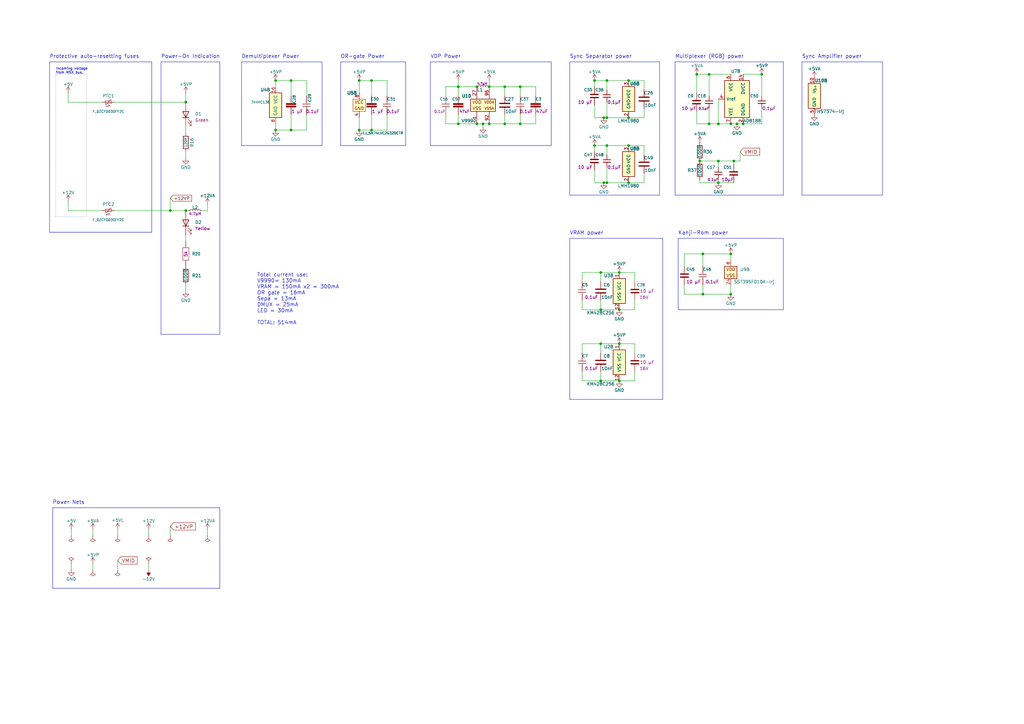
<source format=kicad_sch>
(kicad_sch (version 20230121) (generator eeschema)
  (paper "A3")
  (title_block (title "TRH9000D") (date "2023-01-13") (rev "AC") (comment 2 "Shared under CERN-OHL-S license") (comment 3 "TRH9000 - Open Source MSX Graphics Card based on the Yamaha V9990") (comment 4 "Designed  by: Cristiano Goncalves, Doomn00b, SD_Snatcher & Sunrise"))
  (junction (at 285.75 30.48))
  (junction (at 152.4 53.34))
  (junction (at 113.03 53.34))
  (junction (at 147.32 53.34))
  (junction (at 195.58 35.56))
  (junction (at 200.66 50.8))
  (junction (at 113.03 33.02))
  (junction (at 198.12 50.8))
  (junction (at 213.36 50.8))
  (junction (at 287.02 66.04))
  (junction (at 207.01 35.56))
  (junction (at 119.38 53.34))
  (junction (at 76.2 41.91))
  (junction (at 254 111.76))
  (junction (at 195.58 50.8))
  (junction (at 254 140.97))
  (junction (at 257.81 48.26))
  (junction (at 247.65 74.93))
  (junction (at 246.38 127))
  (junction (at 304.8 50.8))
  (junction (at 294.64 74.93))
  (junction (at 290.83 50.8))
  (junction (at 299.72 104.14))
  (junction (at 200.66 35.56))
  (junction (at 207.01 50.8))
  (junction (at 69.85 86.36))
  (junction (at 187.96 50.8))
  (junction (at 254 156.21))
  (junction (at 248.92 74.93))
  (junction (at 76.2 86.36))
  (junction (at 288.29 104.14))
  (junction (at 257.81 74.93))
  (junction (at 302.26 50.8))
  (junction (at 248.92 33.02))
  (junction (at 312.42 30.48))
  (junction (at 246.38 156.21))
  (junction (at 248.92 59.69))
  (junction (at 299.72 120.65))
  (junction (at 300.99 66.04))
  (junction (at 299.72 50.8))
  (junction (at 187.96 35.56))
  (junction (at 257.81 59.69))
  (junction (at 243.84 59.69))
  (junction (at 290.83 30.48))
  (junction (at 213.36 35.56))
  (junction (at 152.4 33.02))
  (junction (at 243.84 33.02))
  (junction (at 254 127))
  (junction (at 119.38 33.02))
  (junction (at 246.38 111.76))
  (junction (at 288.29 120.65))
  (junction (at 246.38 140.97))
  (junction (at 294.64 50.8))
  (junction (at 294.64 66.04))
  (junction (at 247.65 48.26))
  (junction (at 257.81 33.02))
  (junction (at 248.92 48.26))
  (junction (at 147.32 33.02))
  (polyline (pts (xy 20.32 95.25) (xy 62.23 95.25)))
  (wire (pts (xy 198.12 52.07) (xy 198.12 50.8)))
  (wire (pts (xy 119.38 33.02) (xy 113.03 33.02)))
  (wire (pts (xy 288.29 104.14) (xy 288.29 109.22)))
  (wire (pts (xy 85.09 83.82) (xy 85.09 86.36)))
  (wire (pts (xy 198.12 50.8) (xy 195.58 50.8)))
  (wire (pts (xy 238.76 127) (xy 246.38 127)))
  (wire (pts (xy 246.38 111.76) (xy 254 111.76)))
  (wire (pts (xy 27.94 38.1) (xy 27.94 41.91)))
  (wire (pts (xy 304.8 50.8) (xy 312.42 50.8)))
  (polyline (pts (xy 99.06 59.69) (xy 132.08 59.69)))
  (wire (pts (xy 76.2 54.61) (xy 76.2 52.07)))
  (polyline (pts (xy 278.13 97.79) (xy 321.31 97.79)))
  (wire (pts (xy 48.26 229.87) (xy 48.26 233.68)))
  (polyline (pts (xy 321.31 25.4) (xy 321.31 80.01)))
  (wire (pts (xy 248.92 74.93) (xy 247.65 74.93)))
  (polyline (pts (xy 233.68 25.4) (xy 270.51 25.4)))
  (wire (pts (xy 264.16 74.93) (xy 264.16 71.12)))
  (wire (pts (xy 264.16 33.02) (xy 264.16 36.83)))
  (wire (pts (xy 257.81 33.02) (xy 264.16 33.02)))
  (wire (pts (xy 248.92 74.93) (xy 257.81 74.93)))
  (wire (pts (xy 290.83 30.48) (xy 299.72 30.48)))
  (wire (pts (xy 48.26 217.17) (xy 48.26 219.71)))
  (wire (pts (xy 294.64 50.8) (xy 299.72 50.8)))
  (wire (pts (xy 238.76 140.97) (xy 238.76 144.78)))
  (wire (pts (xy 246.38 144.78) (xy 246.38 140.97)))
  (polyline (pts (xy 22.86 88.9) (xy 35.56 88.9)) (stroke (width 0) (type dot)))
  (wire (pts (xy 69.85 81.28) (xy 69.85 86.36)))
  (wire (pts (xy 76.2 116.84) (xy 76.2 119.38)))
  (wire (pts (xy 290.83 50.8) (xy 294.64 50.8)))
  (polyline (pts (xy 139.7 59.69) (xy 166.37 59.69)))
  (wire (pts (xy 294.64 73.66) (xy 294.64 74.93)))
  (wire (pts (xy 76.2 86.36) (xy 77.47 86.36)))
  (wire (pts (xy 213.36 50.8) (xy 219.71 50.8)))
  (wire (pts (xy 257.81 74.93) (xy 264.16 74.93)))
  (wire (pts (xy 299.72 116.84) (xy 299.72 120.65)))
  (wire (pts (xy 158.75 53.34) (xy 152.4 53.34)))
  (polyline (pts (xy 22.86 30.48) (xy 35.56 30.48)) (stroke (width 0) (type dot)))
  (wire (pts (xy 285.75 50.8) (xy 290.83 50.8)))
  (wire (pts (xy 243.84 33.02) (xy 248.92 33.02)))
  (polyline (pts (xy 90.17 208.28) (xy 90.17 241.3)))
  (polyline (pts (xy 90.17 137.16) (xy 66.04 137.16)))
  (wire (pts (xy 119.38 39.37) (xy 119.38 33.02)))
  (wire (pts (xy 29.21 217.17) (xy 29.21 219.71)))
  (wire (pts (xy 147.32 33.02) (xy 147.32 38.1)))
  (wire (pts (xy 238.76 127) (xy 238.76 123.19)))
  (wire (pts (xy 246.38 156.21) (xy 254 156.21)))
  (polyline (pts (xy 226.06 25.4) (xy 226.06 59.69)))
  (wire (pts (xy 243.84 48.26) (xy 247.65 48.26)))
  (wire (pts (xy 246.38 115.57) (xy 246.38 111.76)))
  (wire (pts (xy 248.92 48.26) (xy 257.81 48.26)))
  (wire (pts (xy 280.67 120.65) (xy 288.29 120.65)))
  (polyline (pts (xy 233.68 163.83) (xy 271.78 163.83)))
  (wire (pts (xy 254 127) (xy 260.35 127)))
  (wire (pts (xy 219.71 46.99) (xy 219.71 50.8)))
  (wire (pts (xy 285.75 30.48) (xy 285.75 38.1)))
  (wire (pts (xy 213.36 39.37) (xy 213.36 35.56)))
  (wire (pts (xy 243.84 59.69) (xy 248.92 59.69)))
  (polyline (pts (xy 328.93 25.4) (xy 328.93 80.01)))
  (wire (pts (xy 213.36 46.99) (xy 213.36 50.8)))
  (polyline (pts (xy 20.32 25.4) (xy 20.32 95.25)))
  (wire (pts (xy 294.64 66.04) (xy 294.64 68.58)))
  (wire (pts (xy 299.72 104.14) (xy 299.72 106.68)))
  (wire (pts (xy 246.38 152.4) (xy 246.38 156.21)))
  (wire (pts (xy 27.94 86.36) (xy 41.91 86.36)))
  (wire (pts (xy 152.4 33.02) (xy 152.4 39.37)))
  (wire (pts (xy 254 156.21) (xy 260.35 156.21)))
  (wire (pts (xy 312.42 30.48) (xy 312.42 39.37)))
  (wire (pts (xy 41.91 41.91) (xy 27.94 41.91)))
  (wire (pts (xy 238.76 111.76) (xy 246.38 111.76)))
  (wire (pts (xy 294.64 66.04) (xy 300.99 66.04)))
  (wire (pts (xy 125.73 39.37) (xy 125.73 33.02)))
  (polyline (pts (xy 132.08 59.69) (xy 132.08 25.4)))
  (wire (pts (xy 257.81 48.26) (xy 264.16 48.26)))
  (wire (pts (xy 299.72 50.8) (xy 302.26 50.8)))
  (wire (pts (xy 76.2 38.1) (xy 76.2 41.91)))
  (wire (pts (xy 182.88 35.56) (xy 187.96 35.56)))
  (wire (pts (xy 290.83 44.45) (xy 290.83 50.8)))
  (wire (pts (xy 213.36 35.56) (xy 219.71 35.56)))
  (wire (pts (xy 288.29 116.84) (xy 288.29 120.65)))
  (wire (pts (xy 125.73 46.99) (xy 125.73 53.34)))
  (polyline (pts (xy 321.31 80.01) (xy 276.86 80.01)))
  (polyline (pts (xy 321.31 97.79) (xy 321.31 127)))
  (wire (pts (xy 302.26 50.8) (xy 304.8 50.8)))
  (polyline (pts (xy 62.23 95.25) (xy 62.23 25.4)))
  (polyline (pts (xy 139.7 25.4) (xy 166.37 25.4)))
  (wire (pts (xy 29.21 231.14) (xy 29.21 233.68)))
  (wire (pts (xy 246.38 123.19) (xy 246.38 127)))
  (wire (pts (xy 248.92 59.69) (xy 248.92 63.5)))
  (wire (pts (xy 207.01 46.99) (xy 207.01 50.8)))
  (wire (pts (xy 187.96 46.99) (xy 187.96 50.8)))
  (wire (pts (xy 187.96 33.02) (xy 187.96 35.56)))
  (wire (pts (xy 260.35 144.78) (xy 260.35 140.97)))
  (polyline (pts (xy 226.06 59.69) (xy 176.53 59.69)))
  (polyline (pts (xy 233.68 80.01) (xy 233.68 25.4)))
  (wire (pts (xy 158.75 39.37) (xy 158.75 33.02)))
  (wire (pts (xy 238.76 156.21) (xy 238.76 152.4)))
  (wire (pts (xy 238.76 156.21) (xy 246.38 156.21)))
  (wire (pts (xy 76.2 99.06) (xy 76.2 96.52)))
  (wire (pts (xy 260.35 115.57) (xy 260.35 111.76)))
  (wire (pts (xy 312.42 44.45) (xy 312.42 50.8)))
  (wire (pts (xy 46.99 86.36) (xy 69.85 86.36)))
  (wire (pts (xy 243.84 33.02) (xy 243.84 35.56)))
  (polyline (pts (xy 66.04 25.4) (xy 66.04 137.16)))
  (wire (pts (xy 294.64 40.64) (xy 294.64 50.8)))
  (wire (pts (xy 304.8 30.48) (xy 312.42 30.48)))
  (wire (pts (xy 260.35 111.76) (xy 254 111.76)))
  (wire (pts (xy 280.67 116.84) (xy 280.67 120.65)))
  (polyline (pts (xy 176.53 25.4) (xy 226.06 25.4)))
  (polyline (pts (xy 271.78 163.83) (xy 271.78 97.79)))
  (wire (pts (xy 303.53 62.23) (xy 303.53 66.04)))
  (wire (pts (xy 219.71 35.56) (xy 219.71 39.37)))
  (polyline (pts (xy 21.59 208.28) (xy 90.17 208.28)))
  (wire (pts (xy 182.88 39.37) (xy 182.88 35.56)))
  (wire (pts (xy 76.2 62.23) (xy 76.2 64.77)))
  (wire (pts (xy 238.76 111.76) (xy 238.76 115.57)))
  (wire (pts (xy 243.84 69.85) (xy 243.84 74.93)))
  (wire (pts (xy 248.92 33.02) (xy 248.92 36.83)))
  (wire (pts (xy 257.81 59.69) (xy 264.16 59.69)))
  (wire (pts (xy 119.38 53.34) (xy 113.03 53.34)))
  (wire (pts (xy 60.96 217.17) (xy 60.96 219.71)))
  (wire (pts (xy 119.38 46.99) (xy 119.38 53.34)))
  (wire (pts (xy 248.92 48.26) (xy 247.65 48.26)))
  (polyline (pts (xy 270.51 80.01) (xy 233.68 80.01)))
  (wire (pts (xy 248.92 59.69) (xy 257.81 59.69)))
  (wire (pts (xy 287.02 66.04) (xy 294.64 66.04)))
  (polyline (pts (xy 20.32 25.4) (xy 62.23 25.4)))
  (wire (pts (xy 46.99 41.91) (xy 76.2 41.91)))
  (wire (pts (xy 182.88 50.8) (xy 182.88 46.99)))
  (polyline (pts (xy 321.31 127) (xy 278.13 127)))
  (wire (pts (xy 200.66 50.8) (xy 207.01 50.8)))
  (polyline (pts (xy 276.86 25.4) (xy 276.86 80.01)))
  (polyline (pts (xy 361.95 80.01) (xy 328.93 80.01)))
  (wire (pts (xy 285.75 30.48) (xy 290.83 30.48)))
  (wire (pts (xy 147.32 53.34) (xy 152.4 53.34)))
  (wire (pts (xy 243.84 74.93) (xy 247.65 74.93)))
  (wire (pts (xy 195.58 50.8) (xy 187.96 50.8)))
  (wire (pts (xy 200.66 50.8) (xy 198.12 50.8)))
  (wire (pts (xy 38.1 217.17) (xy 38.1 219.71)))
  (polyline (pts (xy 90.17 25.4) (xy 90.17 137.16)))
  (wire (pts (xy 27.94 86.36) (xy 27.94 82.55)))
  (wire (pts (xy 113.03 33.02) (xy 113.03 35.56)))
  (wire (pts (xy 264.16 59.69) (xy 264.16 63.5)))
  (polyline (pts (xy 233.68 97.79) (xy 271.78 97.79)))
  (wire (pts (xy 260.35 140.97) (xy 254 140.97)))
  (wire (pts (xy 147.32 48.26) (xy 147.32 53.34)))
  (polyline (pts (xy 276.86 25.4) (xy 321.31 25.4)))
  (wire (pts (xy 300.99 66.04) (xy 303.53 66.04)))
  (polyline (pts (xy 270.51 25.4) (xy 270.51 80.01)))
  (polyline (pts (xy 66.04 25.4) (xy 90.17 25.4)))
  (polyline (pts (xy 166.37 59.69) (xy 166.37 25.4)))
  (wire (pts (xy 207.01 39.37) (xy 207.01 35.56)))
  (wire (pts (xy 69.85 86.36) (xy 76.2 86.36)))
  (wire (pts (xy 280.67 109.22) (xy 280.67 104.14)))
  (polyline (pts (xy 22.86 30.48) (xy 22.86 88.9)) (stroke (width 0) (type dot)))
  (wire (pts (xy 243.84 59.69) (xy 243.84 62.23)))
  (polyline (pts (xy 99.06 25.4) (xy 99.06 59.69)))
  (wire (pts (xy 290.83 30.48) (xy 290.83 39.37)))
  (polyline (pts (xy 176.53 25.4) (xy 176.53 59.69)))
  (wire (pts (xy 207.01 50.8) (xy 213.36 50.8)))
  (wire (pts (xy 280.67 104.14) (xy 288.29 104.14)))
  (wire (pts (xy 158.75 33.02) (xy 152.4 33.02)))
  (wire (pts (xy 113.03 50.8) (xy 113.03 53.34)))
  (wire (pts (xy 248.92 68.58) (xy 248.92 74.93)))
  (polyline (pts (xy 328.93 25.4) (xy 361.95 25.4)))
  (wire (pts (xy 187.96 35.56) (xy 195.58 35.56)))
  (wire (pts (xy 85.09 217.17) (xy 85.09 219.71)))
  (wire (pts (xy 285.75 45.72) (xy 285.75 50.8)))
  (wire (pts (xy 288.29 120.65) (xy 299.72 120.65)))
  (wire (pts (xy 207.01 35.56) (xy 213.36 35.56)))
  (wire (pts (xy 60.96 231.14) (xy 60.96 233.68)))
  (wire (pts (xy 85.09 86.36) (xy 82.55 86.36)))
  (wire (pts (xy 125.73 33.02) (xy 119.38 33.02)))
  (wire (pts (xy 288.29 104.14) (xy 299.72 104.14)))
  (polyline (pts (xy 35.56 88.9) (xy 35.56 30.48)) (stroke (width 0) (type dot)))
  (polyline (pts (xy 233.68 97.79) (xy 233.68 163.83)))
  (wire (pts (xy 294.64 74.93) (xy 300.99 74.93)))
  (polyline (pts (xy 361.95 25.4) (xy 361.95 80.01)))
  (polyline (pts (xy 21.59 208.28) (xy 21.59 241.3)))
  (wire (pts (xy 187.96 35.56) (xy 187.96 39.37)))
  (polyline (pts (xy 278.13 97.79) (xy 278.13 127)))
  (wire (pts (xy 264.16 48.26) (xy 264.16 44.45)))
  (wire (pts (xy 248.92 41.91) (xy 248.92 48.26)))
  (wire (pts (xy 38.1 233.68) (xy 38.1 231.14)))
  (wire (pts (xy 200.66 33.02) (xy 200.66 35.56)))
  (wire (pts (xy 158.75 46.99) (xy 158.75 53.34)))
  (wire (pts (xy 287.02 73.66) (xy 287.02 74.93)))
  (wire (pts (xy 187.96 50.8) (xy 182.88 50.8)))
  (wire (pts (xy 125.73 53.34) (xy 119.38 53.34)))
  (wire (pts (xy 248.92 33.02) (xy 257.81 33.02)))
  (wire (pts (xy 246.38 127) (xy 254 127)))
  (wire (pts (xy 260.35 123.19) (xy 260.35 127)))
  (wire (pts (xy 238.76 140.97) (xy 246.38 140.97)))
  (wire (pts (xy 287.02 74.93) (xy 294.64 74.93)))
  (wire (pts (xy 69.85 215.9) (xy 69.85 219.71)))
  (wire (pts (xy 147.32 33.02) (xy 152.4 33.02)))
  (polyline (pts (xy 99.06 25.4) (xy 132.08 25.4)))
  (wire (pts (xy 152.4 46.99) (xy 152.4 53.34)))
  (wire (pts (xy 246.38 140.97) (xy 254 140.97)))
  (wire (pts (xy 260.35 152.4) (xy 260.35 156.21)))
  (wire (pts (xy 300.99 66.04) (xy 300.99 67.31)))
  (polyline (pts (xy 90.17 241.3) (xy 21.59 241.3)))
  (polyline (pts (xy 139.7 25.4) (xy 139.7 59.69)))
  (wire (pts (xy 243.84 43.18) (xy 243.84 48.26)))
  (wire (pts (xy 200.66 35.56) (xy 207.01 35.56)))
  (text "OR-gate Power" (at 139.7 24.13 0) (effects (font (size 1.524 1.524)) (justify left bottom)))
  (text "Total current use:\nV9990= 130mA\nVRAM = 150mA x2 = 300mA\nOR gate = 16mA\nSepa = 13mA\nDMUX = 25mA\nLED = 30mA\n\nTOTAL: 514mA" (at 105.41 133.35 0) (effects (font (size 1.524 1.524)) (justify left bottom)))
  (text "Sync Separator power" (at 233.68 24.13 0) (effects (font (size 1.524 1.524)) (justify left bottom)))
  (text "Sync Amplifier power" (at 328.93 24.13 0) (effects (font (size 1.524 1.524)) (justify left bottom)))
  (text "Power Nets" (at 21.59 207.01 0) (effects (font (size 1.524 1.524)) (justify left bottom)))
  (text "Power-On Indication" (at 66.04 24.13 0) (effects (font (size 1.524 1.524)) (justify left bottom)))
  (text "VRAM power\n" (at 233.68 96.52 0) (effects (font (size 1.524 1.524)) (justify left bottom)))
  (text "Kanji-Rom power\n" (at 278.13 96.52 0) (effects (font (size 1.524 1.524)) (justify left bottom)))
  (text "Incoming voltage \nfrom MSX bus." (at 22.86 30.48 0) (effects (font (size 1 1)) (justify left bottom)))
  (text "Multiplexer (RGB) power" (at 276.86 24.13 0) (effects (font (size 1.524 1.524)) (justify left bottom)))
  (text "Protective auto-resetting fuses" (at 20.32 24.13 0) (effects (font (size 1.524 1.524)) (justify left bottom)))
  (text "Demultiplexer Power" (at 99.06 24.13 0) (effects (font (size 1.524 1.524)) (justify left bottom)))
  (text "VDP Power" (at 176.53 24.13 0) (effects (font (size 1.524 1.524)) (justify left bottom)))
  (global_label "+12VP" (shape input) (at 69.85 215.9 0) (effects (font (size 1.5 1.5))) (property "Intersheetrefs" "${INTERSHEET_REFS}" (effects hide)))
  (global_label "VMID" (shape input) (at 48.26 229.87 0) (effects (font (size 1.5 1.5))) (property "Intersheetrefs" "${INTERSHEET_REFS}" (effects hide)))
  (global_label "+12VP" (shape input) (at 69.85 81.28 0) (property "Intersheetrefs" "${INTERSHEET_REFS}" (effects hide)))
  (global_label "VMID" (shape input) (at 303.53 62.23 0) (effects (font (size 1.5 1.5))) (property "Intersheetrefs" "${INTERSHEET_REFS}" (effects hide)))
  (symbol (lib_id "LRJ-parts:C_CL10B104KB8NNNL") (at 312.42 41.91 0) (mirror y) (unit 1)
    (property "Reference" "C50" (at 311.15 39.37 0) (effects (font (size 1.143 1.143)) (justify left)))
    (property "Value" "C_CL10B104KB8NNNL" (effects hide))
    (property "Footprint" "Capacitor_SMD:C_0603_1608Metric_Pad1.08x0.95mm_HandSolder" (effects hide))
    (property "Datasheet" "http://product.samsungsem.com/mlcc/CL10B104KB8NNN.do" (effects hide))
    (property "Manufacturer" "Samsung Electro-Mechanics" (effects hide))
    (property "MPN" "CL10B104KB8NNNL" (effects hide))
    (property "Temperature Coefficient " "X7R" (effects hide))
    (property "Capacitance " " 0,1µF" (at 314.96 44.45 0))
    (property "Tolerance" " ±10% " (effects hide))
    (property "Operating Temperature " " -55°C to +125°C " (effects hide))
    (property "Package" "1608 Metric" (effects hide))
    (property "DK_Datasheet" "https://media.digikey.com/pdf/Data%20Sheets/Samsung%20PDFs/CL_Series_MLCC_ds.pdf" (effects hide))
    (property "Voltage Rating" "50V" (effects hide))
  )
  (symbol (lib_id "LRJ-parts:C_CC0805JPX7R9BB104") (at 238.76 119.38 0) (unit 1)
    (property "Reference" "C5" (at 238.76 116.84 0) (effects (font (size 1.143 1.143)) (justify left)))
    (property "Value" "C_CC0805JPX7R9BB104" (effects hide))
    (property "Footprint" "Capacitor_SMD:C_0805_2012Metric" (effects hide))
    (property "Datasheet" "https://www.yageo.com/upload/media/product/productsearch/datasheet/mlcc/UPY-GPHC_X7R_6.3V-to-50V_18.pdf" (effects hide))
    (property "Manufacturer" "Yageo" (effects hide))
    (property "MPN" "CC0805JPX7R9BB104" (effects hide))
    (property "Mouser datasheet" "https://www.mouser.se/datasheet/2/427/vjcommercialseries-1764145.pdf" (effects hide))
    (property "Capacitance" "0.1uF" (at 242.57 121.92 0))
    (property "Voltage rating" "50V" (effects hide))
    (property "Temperature Coefficient " "X7R" (effects hide))
    (property "Mounting type" "SMD" (effects hide))
    (property "Status" "Active" (effects hide))
  )
  (symbol (lib_id "power:-12V") (at 60.96 233.68 180) (unit 1)
    (property "Reference" "#PWR0103" (effects hide))
    (property "Value" "-12V" (at 60.96 237.49 0))
  )
  (symbol (lib_id "LRJ-parts:C_CL21B105KBFNNNF") (at 119.38 44.45 0) (unit 1)
    (property "Reference" "C28" (at 120.65 40.64 90) (effects (font (size 1.143 1.143))))
    (property "Value" "C_CL21B105KBFNNNF" (effects hide))
    (property "Footprint" "Capacitor_SMD:C_0805_2012Metric_Pad1.18x1.45mm_HandSolder" (effects hide))
    (property "Datasheet" "http://www.samsungsem.com/kr/support/product-search/mlcc/CL21B105KBFNNNF.jsp" (effects hide))
    (property "Capacitance" "1 µF" (at 121.92 45.72 0))
    (property "MPN" "CL21B105KBFNNNF" (effects hide))
    (property "Manufacturer" "Samsung Electro-Mechanics" (effects hide))
    (property "Voltage rating" "50V" (effects hide))
  )
  (symbol (lib_id "Device:C") (at 246.38 148.59 180) (unit 1)
    (property "Reference" "C8" (at 250.19 146.05 0) (effects (justify left)))
    (property "Value" "10nF" (at 251.46 151.13 0) (effects (justify left)))
    (property "Footprint" "Capacitor_SMD:C_0805_2012Metric" (effects hide))
  )
  (symbol (lib_id "LRJ-parts:THS7374-lrj") (at 334.01 39.37 0) (unit 2)
    (property "Reference" "U10" (at 334.01 33.02 0) (effects (font bold) (justify left)))
    (property "Value" "THS7374-lrj" (at 334.01 45.72 0) (effects (justify left)))
    (property "Footprint" "Package_SO:TSSOP-14_4.4x5mm_P0.65mm" (effects hide))
    (property "Datasheet" "https://www.ti.com/lit/ds/symlink/ths7374.pdf" (effects hide))
    (property "MPN" "THS7374IPWR" (effects hide))
    (property "Manufacturer" "Texas Instruments" (effects hide))
  )
  (symbol (lib_id "power:+5VP") (at 254 111.76 0) (unit 1)
    (property "Reference" "#PWR022" (effects hide))
    (property "Value" "+5VP" (at 254 108.204 0))
  )
  (symbol (lib_id "power:+5VA") (at 334.01 31.75 0) (unit 1)
    (property "Reference" "#PWR031" (effects hide))
    (property "Value" "+5VA" (at 334.01 28.194 0))
  )
  (symbol (lib_name "LMH1980_1") (lib_id "LRJ-parts:LMH1980") (at 257.81 67.31 0) (unit 2)
    (property "Reference" "U8" (at 260.35 60.96 0) (effects (font bold)))
    (property "Value" "LMH1980" (at 257.81 76.2 0))
    (property "Footprint" "Package_SO:VSSOP-10_3x3mm_P0.5mm" (effects hide))
    (property "Datasheet" "https://www.ti.com/lit/gpn/lmh1980" (effects hide))
    (property "Manufacturer" "Texas Instruments" (effects hide))
    (property "MPN" "LMH1980MM/NOPBCT" (effects hide))
    (property "Description" " Video sync separator " (effects hide))
  )
  (symbol (lib_id "power:+5VA") (at 243.84 33.02 0) (unit 1)
    (property "Reference" "#PWR024" (effects hide))
    (property "Value" "+5VA" (at 243.84 29.464 0))
  )
  (symbol (lib_id "Device:C") (at 246.38 119.38 180) (unit 1)
    (property "Reference" "C6" (at 250.19 116.84 0) (effects (justify left)))
    (property "Value" "10nF" (at 251.46 121.92 0) (effects (justify left)))
    (property "Footprint" "Capacitor_SMD:C_0805_2012Metric" (effects hide))
  )
  (symbol (lib_id "power:+5VP") (at 38.1 231.14 0) (unit 1)
    (property "Reference" "#PWR012" (effects hide))
    (property "Value" "+5VP" (at 38.1 227.584 0))
  )
  (symbol (lib_id "power:GND") (at 247.65 48.26 0) (unit 1)
    (property "Reference" "#PWR018" (effects hide))
    (property "Value" "GND" (at 247.65 52.07 0))
  )
  (symbol (lib_id "LRJ-parts:F_0ZCF0030FF2C") (at 44.45 86.36 0) (unit 1)
    (property "Reference" "PTC2" (at 44.45 83.82 0))
    (property "Value" "F_0ZCF0030FF2C" (at 44.45 90.17 0) (effects (font (size 1 1))))
    (property "Footprint" "Fuse:Fuse_2920_7451Metric" (effects hide))
    (property "Datasheet" "https://www.belfuse.com/resources/datasheets/circuitprotection/ds-cp-0zcf-series.pdf" (effects hide))
    (property "Manufacturer" "Bel Fuse" (effects hide))
    (property "MPN" "0ZCF0030FF2C" (effects hide))
    (property "Voltage Rating" "60V" (effects hide))
    (property "Current Rating" "100A" (effects hide))
    (property "Ih" "300mA" (effects hide))
    (property "It" "600mA" (effects hide))
    (property "Ri (min)" "1 Ohms " (effects hide))
    (property "Time to Trip " "3s" (effects hide))
    (property "Operating Temperature " " -40°C to +85°C" (effects hide))
    (property "Mounting type" "SMD" (effects hide))
    (property "Status" "Active" (effects hide))
  )
  (symbol (lib_id "LRJ-parts:C_CL10B104KB8NNNL") (at 248.92 66.04 0) (mirror y) (unit 1)
    (property "Reference" "C48" (at 247.65 63.5 0) (effects (font (size 1.143 1.143)) (justify left)))
    (property "Value" "C_CL10B104KB8NNNL" (effects hide))
    (property "Footprint" "Capacitor_SMD:C_0603_1608Metric_Pad1.08x0.95mm_HandSolder" (effects hide))
    (property "Datasheet" "http://product.samsungsem.com/mlcc/CL10B104KB8NNN.do" (effects hide))
    (property "Manufacturer" "Samsung Electro-Mechanics" (effects hide))
    (property "MPN" "CL10B104KB8NNNL" (effects hide))
    (property "Temperature Coefficient " "X7R" (effects hide))
    (property "Capacitance " " 0,1µF" (at 251.46 68.58 0))
    (property "Tolerance" " ±10% " (effects hide))
    (property "Operating Temperature " " -55°C to +125°C " (effects hide))
    (property "Package" "1608 Metric" (effects hide))
    (property "DK_Datasheet" "https://media.digikey.com/pdf/Data%20Sheets/Samsung%20PDFs/CL_Series_MLCC_ds.pdf" (effects hide))
    (property "Voltage Rating" "50V" (effects hide))
  )
  (symbol (lib_id "LRJ-parts:C_GRM21BR61A476ME15K") (at 187.96 43.18 0) (unit 1)
    (property "Reference" "C57" (at 185.42 40.64 0) (effects (font (size 1.143 1.143)) (justify left)))
    (property "Value" "C_GRM21BR61A476ME15K" (effects hide))
    (property "Footprint" "Capacitor_SMD:C_0805_2012Metric" (effects hide))
    (property "Datasheet" "https://www.murata.com/-/media/webrenewal/support/library/catalog/products/capacitor/ceramiccapacitor/c02e.ashx?la=en-us&cvid=20210120024548000000" (effects hide))
    (property "Manufacturer" "Murata Electronics " (effects hide))
    (property "MPN" "GRM21BR61A476ME15K" (effects hide))
    (property "Temperature Coefficient" "X5R" (effects hide))
    (property "Voltage rating" "10V" (effects hide))
    (property "Tolerance" "±20%" (effects hide))
    (property "Capacitance" "47uF" (at 190.5 45.72 0) (effects (font (size 1.1 1.1))))
  )
  (symbol (lib_id "power:+5VA") (at 200.66 33.02 0) (unit 1)
    (property "Reference" "#PWR010" (effects hide))
    (property "Value" "+5VA" (at 200.66 29.464 0))
  )
  (symbol (lib_id "LRJ-parts:C_CL10B104KB8NNNL") (at 248.92 39.37 0) (mirror y) (unit 1)
    (property "Reference" "C36" (at 247.65 36.83 0) (effects (font (size 1.143 1.143)) (justify left)))
    (property "Value" "C_CL10B104KB8NNNL" (effects hide))
    (property "Footprint" "Capacitor_SMD:C_0603_1608Metric_Pad1.08x0.95mm_HandSolder" (effects hide))
    (property "Datasheet" "http://product.samsungsem.com/mlcc/CL10B104KB8NNN.do" (effects hide))
    (property "Manufacturer" "Samsung Electro-Mechanics" (effects hide))
    (property "MPN" "CL10B104KB8NNNL" (effects hide))
    (property "Temperature Coefficient " "X7R" (effects hide))
    (property "Capacitance " " 0,1µF" (at 251.46 41.91 0))
    (property "Tolerance" " ±10% " (effects hide))
    (property "Operating Temperature " " -55°C to +125°C " (effects hide))
    (property "Package" "1608 Metric" (effects hide))
    (property "DK_Datasheet" "https://media.digikey.com/pdf/Data%20Sheets/Samsung%20PDFs/CL_Series_MLCC_ds.pdf" (effects hide))
    (property "Voltage Rating" "50V" (effects hide))
  )
  (symbol (lib_id "power:GND") (at 147.32 53.34 0) (unit 1)
    (property "Reference" "#PWR05" (effects hide))
    (property "Value" "GND" (at 147.32 57.15 0))
  )
  (symbol (lib_id "TRH9000:74VHC138") (at 113.03 43.18 0) (unit 2)
    (property "Reference" "U4" (at 106.68 36.83 0) (effects (font bold) (justify left)))
    (property "Value" "74VHC138" (at 102.87 41.91 0) (effects (font (size 1 1)) (justify left)))
    (property "Footprint" "Package_SO:SO-16_3.9x9.9mm_P1.27mm" (effects hide))
    (property "Datasheet" "https://media.digikey.com/pdf/Data%20Sheets/Toshiba%20PDFs/TC74VHC138F,FN,FT,FK.pdf" (effects hide))
    (property "MPN" "74VHC138FT" (effects hide))
    (property "Manufacturer" " Toshiba Semiconductor and Storage" (effects hide))
    (property "Description" "DECODER/DEMUX 3:8, x1" (effects hide))
  )
  (symbol (lib_id "power:+5VP") (at 187.96 33.02 0) (unit 1)
    (property "Reference" "#PWR020" (effects hide))
    (property "Value" "+5VP" (at 187.96 29.464 0))
  )
  (symbol (lib_id "power:+5VP") (at 76.2 38.1 0) (unit 1)
    (property "Reference" "#PWR04" (effects hide))
    (property "Value" "+5VP" (at 76.2 34.544 0))
  )
  (symbol (lib_id "LRJ-parts:SunLED_XCVG12D") (at 76.2 46.99 90) (unit 1)
    (property "Reference" "D1" (at 80.01 46.7359 90) (effects (justify right)))
    (property "Value" "SunLED_XCVG12D" (effects hide))
    (property "Footprint" "LED_THT:LED_D5.0mm" (effects hide))
    (property "Datasheet" "https://www.sunledusa.com/products/spec/XCVG12D.pdf" (effects hide))
    (property "Manufacturer" "SunLED" (effects hide))
    (property "MPN" "XCVG12D" (effects hide))
    (property "Status" "Active" (effects hide))
    (property "Colour" "Green" (at 80.01 49.2759 90) (effects (justify right)))
    (property "Wavelength - dominant" "570nM" (effects hide))
    (property "Vf" "1.9V" (effects hide))
  )
  (symbol (lib_name "C_CC0805JPX7R9BB104_3") (lib_id "LRJ-parts:C_CC0805JPX7R9BB104") (at 238.76 148.59 0) (unit 1)
    (property "Reference" "C7" (at 238.76 146.05 0) (effects (font (size 1.143 1.143)) (justify left)))
    (property "Value" "C_CC0805JPX7R9BB104" (effects hide))
    (property "Footprint" "Capacitor_SMD:C_0805_2012Metric" (effects hide))
    (property "Datasheet" "https://www.yageo.com/upload/media/product/productsearch/datasheet/mlcc/UPY-GPHC_X7R_6.3V-to-50V_18.pdf" (effects hide))
    (property "Manufacturer" "Yageo" (effects hide))
    (property "MPN" "CC0805JPX7R9BB104" (effects hide))
    (property "Mouser datasheet" "https://www.mouser.se/datasheet/2/427/vjcommercialseries-1764145.pdf" (effects hide))
    (property "Capacitance" "0.1uF" (at 242.57 151.13 0))
    (property "Voltage rating" "50V" (effects hide))
    (property "Temperature Coefficient " "X7R" (effects hide))
    (property "Mounting type" "SMD" (effects hide))
    (property "Status" "Active" (effects hide))
  )
  (symbol (lib_id "Device:C") (at 264.16 67.31 180) (unit 1)
    (property "Reference" "C49" (at 267.97 64.77 0) (effects (justify left)))
    (property "Value" "10nF" (at 269.24 69.85 0) (effects (justify left)))
    (property "Footprint" "Capacitor_SMD:C_0805_2012Metric" (effects hide))
  )
  (symbol (lib_id "Device:R") (at 287.02 69.85 0) (unit 1)
    (property "Reference" "R37" (at 281.94 69.85 0) (effects (justify left)))
    (property "Value" "100R" (at 287.02 72.39 90) (effects (justify left)))
    (property "Footprint" "Resistor_SMD:R_0805_2012Metric" (effects hide))
  )
  (symbol (lib_id "power:GND") (at 198.12 52.07 0) (unit 1)
    (property "Reference" "#PWR0123" (effects hide))
    (property "Value" "GND" (at 198.12 55.88 0))
  )
  (symbol (lib_id "LRJ-parts:C_CL21B106KOQNNNE") (at 260.35 148.59 0) (mirror y) (unit 1)
    (property "Reference" "C39" (at 262.89 146.05 0) (effects (font (size 1.143 1.143))))
    (property "Value" "C_CL21B106KOQNNNE" (effects hide))
    (property "Footprint" "Capacitor_SMD:C_0805_2012Metric" (effects hide))
    (property "Datasheet" "https://media.digikey.com/pdf/Data%20Sheets/Samsung%20PDFs/CL_Series_MLCC_ds.pdf" (effects hide))
    (property "Manufacturer" "Samsung Electro-Mechanics" (effects hide))
    (property "MPN" "CL21B106KOQNNNE" (effects hide))
    (property "Capacitance" "10 µF" (at 265.43 148.59 0))
    (property "Voltage rating" "16V" (at 264.16 151.13 0))
    (property "Temperature Coefficient " "X7R" (effects hide))
    (property "Mounting type" "SMD" (effects hide))
    (property "Status" "Active" (effects hide))
    (property "Description" "CAP CER 10UF 16V X7R 0805" (effects hide))
  )
  (symbol (lib_id "power:+5VA") (at 38.1 217.17 0) (unit 1)
    (property "Reference" "#PWR01" (effects hide))
    (property "Value" "+5VA" (at 38.1 213.614 0))
  )
  (symbol (lib_id "LRJ-parts:C_CL21B106KOQNNNE") (at 300.99 71.12 0) (unit 1)
    (property "Reference" "C51" (at 298.45 68.58 0) (effects (font (size 1.143 1.143))))
    (property "Value" "C_CL21B106KOQNNNE" (effects hide))
    (property "Footprint" "Capacitor_SMD:C_0805_2012Metric" (effects hide))
    (property "Datasheet" "https://media.digikey.com/pdf/Data%20Sheets/Samsung%20PDFs/CL_Series_MLCC_ds.pdf" (effects hide))
    (property "Manufacturer" "Samsung Electro-Mechanics" (effects hide))
    (property "MPN" "CL21B106KOQNNNE" (effects hide))
    (property "Capacitance" "10µF" (at 298.45 73.66 0))
    (property "Voltage rating" "16V" (effects hide))
    (property "Temperature Coefficient " "X7R" (effects hide))
    (property "Mounting type" "SMD" (effects hide))
    (property "Status" "Active" (effects hide))
    (property "Description" "CAP CER 10UF 16V X7R 0805" (effects hide))
  )
  (symbol (lib_id "power:+12V") (at 60.96 217.17 0) (unit 1)
    (property "Reference" "#PWR0105" (effects hide))
    (property "Value" "+12V" (at 60.96 213.614 0))
  )
  (symbol (lib_id "LRJ-parts:L_MLZ2012M4R7HT000") (at 80.01 86.36 90) (unit 1)
    (property "Reference" "L2" (at 80.01 85.09 90))
    (property "Value" "L_MLZ2012M4R7HT000" (effects hide))
    (property "Footprint" "Inductor_SMD:L_0805_2012Metric" (effects hide))
    (property "Datasheet" "https://product.tdk.com/en/system/files?file=dam/doc/product/inductor/inductor/smd/catalog/inductor_commercial_decoupling_mlz2012_en.pdf" (effects hide))
    (property "MPN" "MLZ2012M4R7HT000" (effects hide))
    (property "Manufacturer" "TDK Corporation" (effects hide))
    (property "Current Rating" "0.4A" (effects hide))
    (property "Inductance" "4.7µH" (at 80.01 87.63 90) (effects (font (size 1.1 1.1))))
  )
  (symbol (lib_id "LRJ-parts:R_RT0603BRE075KL") (at 76.2 104.14 90) (unit 1)
    (property "Reference" "R20" (at 78.74 104.14 90) (effects (font (size 1.143 1.143)) (justify right)))
    (property "Value" "R_RT0603BRE075KL" (effects hide))
    (property "Footprint" "Resistor_SMD:R_0603_1608Metric_Pad0.98x0.95mm_HandSolder" (effects hide))
    (property "Datasheet" "https://www.yageo.com/upload/media/product/productsearch/datasheet/rchip/PYu-RT_1-to-0.01_RoHS_L_12.pdf" (effects hide))
    (property "MPN" "MFR-25FBF52-10K" (effects hide))
    (property "Manufacturer" "Yageo" (effects hide))
    (property "Resistance" "5k" (at 76.2 104.14 0))
    (property "Tolerance" " ±0.1%" (effects hide))
    (property "Voltage rating" "75V" (effects hide))
    (property "Power" "0.1W" (effects hide))
    (property "Status" "Active" (effects hide))
    (property "Price" "€0,31" (effects hide))
    (property "Type" "SMD" (effects hide))
  )
  (symbol (lib_id "power:GND") (at 29.21 233.68 0) (unit 1)
    (property "Reference" "#PWR0104" (effects hide))
    (property "Value" "GND" (at 29.21 237.49 0))
  )
  (symbol (lib_id "power:+5VP") (at 254 140.97 0) (unit 1)
    (property "Reference" "#PWR025" (effects hide))
    (property "Value" "+5VP" (at 254 137.414 0))
  )
  (symbol (lib_id "power:GND") (at 247.65 74.93 0) (unit 1)
    (property "Reference" "#PWR040" (effects hide))
    (property "Value" "GND" (at 247.65 78.74 0))
  )
  (symbol (lib_id "LRJ-parts:C_CL21B106KOQNNNE") (at 260.35 119.38 0) (mirror y) (unit 1)
    (property "Reference" "C38" (at 262.89 116.84 0) (effects (font (size 1.143 1.143))))
    (property "Value" "C_CL21B106KOQNNNE" (effects hide))
    (property "Footprint" "Capacitor_SMD:C_0805_2012Metric" (effects hide))
    (property "Datasheet" "https://media.digikey.com/pdf/Data%20Sheets/Samsung%20PDFs/CL_Series_MLCC_ds.pdf" (effects hide))
    (property "Manufacturer" "Samsung Electro-Mechanics" (effects hide))
    (property "MPN" "CL21B106KOQNNNE" (effects hide))
    (property "Capacitance" "10 µF" (at 265.43 119.38 0))
    (property "Voltage rating" "16V" (at 264.16 121.92 0))
    (property "Temperature Coefficient " "X7R" (effects hide))
    (property "Mounting type" "SMD" (effects hide))
    (property "Status" "Active" (effects hide))
    (property "Description" "CAP CER 10UF 16V X7R 0805" (effects hide))
  )
  (symbol (lib_name "C_CC0805JPX7R9BB104_4") (lib_id "LRJ-parts:C_CC0805JPX7R9BB104") (at 213.36 43.18 0) (unit 1)
    (property "Reference" "C37" (at 213.36 40.64 0) (effects (font (size 1.143 1.143)) (justify left)))
    (property "Value" "C_CC0805JPX7R9BB104" (effects hide))
    (property "Footprint" "Capacitor_SMD:C_0805_2012Metric" (effects hide))
    (property "Datasheet" "https://www.yageo.com/upload/media/product/productsearch/datasheet/mlcc/UPY-GPHC_X7R_6.3V-to-50V_18.pdf" (effects hide))
    (property "Manufacturer" "Yageo" (effects hide))
    (property "MPN" "CC0805JPX7R9BB104" (effects hide))
    (property "Mouser datasheet" "https://www.mouser.se/datasheet/2/427/vjcommercialseries-1764145.pdf" (effects hide))
    (property "Capacitance" "0.1uF" (at 215.9 45.72 0))
    (property "Voltage rating" "50V" (effects hide))
    (property "Temperature Coefficient " "X7R" (effects hide))
    (property "Mounting type" "SMD" (effects hide))
    (property "Status" "Active" (effects hide))
  )
  (symbol (lib_id "TRH9000:V9990") (at 198.12 43.18 0) (unit 4)
    (property "Reference" "U1" (at 189.23 39.37 0) (effects (font bold) (justify left)))
    (property "Value" "V9990" (at 189.23 49.53 0) (effects (justify left)))
    (property "Footprint" "trh9000:LQFP-128_28x28mm_P0.8mm" (effects hide))
    (property "Datasheet" "https://www.msx.org/wiki/Yamaha_V9990" (effects hide))
    (property "Manufacturer" "Yamaha" (effects hide))
    (property "MPN" "V9990" (effects hide))
    (property "Description" "Video Display Processor (VDP)" (effects hide))
    (property "Status" "OBSOLETE" (effects hide))
  )
  (symbol (lib_id "power:GND") (at 299.72 120.65 0) (unit 1)
    (property "Reference" "#PWR037" (effects hide))
    (property "Value" "GND" (at 299.72 124.46 0))
  )
  (symbol (lib_id "power:PWR_FLAG") (at 29.21 219.71 180) (unit 1)
    (property "Reference" "#FLG0103" (effects hide))
    (property "Value" "PWR_FLAG" (effects hide))
  )
  (symbol (lib_id "power:PWR_FLAG") (at 48.26 233.68 180) (unit 1)
    (property "Reference" "#FLG03" (effects hide))
    (property "Value" "PWR_FLAG" (effects hide))
  )
  (symbol (lib_id "power:GND") (at 113.03 53.34 0) (unit 1)
    (property "Reference" "#PWR0134" (effects hide))
    (property "Value" "GND" (at 113.03 57.15 0))
  )
  (symbol (lib_id "power:PWR_FLAG") (at 60.96 231.14 0) (unit 1)
    (property "Reference" "#FLG0102" (effects hide))
    (property "Value" "PWR_FLAG" (effects hide))
  )
  (symbol (lib_id "LRJ-parts:C_CL21B106KOQNNNE") (at 280.67 113.03 0) (mirror y) (unit 1)
    (property "Reference" "C45" (at 283.21 110.49 0) (effects (font (size 1.143 1.143))))
    (property "Value" "C_CL21B106KOQNNNE" (effects hide))
    (property "Footprint" "Capacitor_SMD:C_0805_2012Metric" (effects hide))
    (property "Datasheet" "https://media.digikey.com/pdf/Data%20Sheets/Samsung%20PDFs/CL_Series_MLCC_ds.pdf" (effects hide))
    (property "Manufacturer" "Samsung Electro-Mechanics" (effects hide))
    (property "MPN" "CL21B106KOQNNNE" (effects hide))
    (property "Capacitance" "10 µF" (at 284.48 115.57 0))
    (property "Voltage rating" "16V" (effects hide))
    (property "Temperature Coefficient " "X7R" (effects hide))
    (property "Mounting type" "SMD" (effects hide))
    (property "Status" "Active" (effects hide))
    (property "Description" "CAP CER 10UF 16V X7R 0805" (effects hide))
  )
  (symbol (lib_id "power:+5VP") (at 147.32 33.02 0) (unit 1)
    (property "Reference" "#PWR019" (effects hide))
    (property "Value" "+5VP" (at 147.32 29.464 0))
  )
  (symbol (lib_id "LRJ-parts:C_CL21B106KOQNNNE") (at 243.84 66.04 0) (unit 1)
    (property "Reference" "C47" (at 241.3 63.5 0) (effects (font (size 1.143 1.143))))
    (property "Value" "C_CL21B106KOQNNNE" (effects hide))
    (property "Footprint" "Capacitor_SMD:C_0805_2012Metric" (effects hide))
    (property "Datasheet" "https://media.digikey.com/pdf/Data%20Sheets/Samsung%20PDFs/CL_Series_MLCC_ds.pdf" (effects hide))
    (property "Manufacturer" "Samsung Electro-Mechanics" (effects hide))
    (property "MPN" "CL21B106KOQNNNE" (effects hide))
    (property "Capacitance" "10 µF" (at 240.03 68.58 0))
    (property "Voltage rating" "16V" (effects hide))
    (property "Temperature Coefficient " "X7R" (effects hide))
    (property "Mounting type" "SMD" (effects hide))
    (property "Status" "Active" (effects hide))
    (property "Description" "CAP CER 10UF 16V X7R 0805" (effects hide))
  )
  (symbol (lib_id "Device:R") (at 76.2 113.03 0) (unit 1)
    (property "Reference" "R21" (at 78.74 113.03 0) (effects (justify left)))
    (property "Value" "100R" (at 76.2 115.57 90) (effects (justify left)))
    (property "Footprint" "Resistor_SMD:R_0805_2012Metric" (effects hide))
  )
  (symbol (lib_id "LRJ-parts:C_GRM21BR61A476ME15K") (at 219.71 43.18 0) (unit 1)
    (property "Reference" "C3" (at 219.71 40.64 0) (effects (font (size 1.143 1.143)) (justify left)))
    (property "Value" "C_GRM21BR61A476ME15K" (effects hide))
    (property "Footprint" "Capacitor_SMD:C_0805_2012Metric" (effects hide))
    (property "Datasheet" "https://www.murata.com/-/media/webrenewal/support/library/catalog/products/capacitor/ceramiccapacitor/c02e.ashx?la=en-us&cvid=20210120024548000000" (effects hide))
    (property "Manufacturer" "Murata Electronics " (effects hide))
    (property "MPN" "GRM21BR61A476ME15K" (effects hide))
    (property "Temperature Coefficient" "X5R" (effects hide))
    (property "Voltage rating" "10V" (effects hide))
    (property "Tolerance" "±20%" (effects hide))
    (property "Capacitance" "47uF" (at 222.25 45.72 0))
  )
  (symbol (lib_id "power:+5VP") (at 113.03 33.02 0) (unit 1)
    (property "Reference" "#PWR017" (effects hide))
    (property "Value" "+5VP" (at 113.03 29.464 0))
  )
  (symbol (lib_id "power:+5VA") (at 243.84 59.69 0) (unit 1)
    (property "Reference" "#PWR039" (effects hide))
    (property "Value" "+5VA" (at 243.84 56.134 0))
  )
  (symbol (lib_id "TRH9000:KM428C256") (at 254 119.38 0) (unit 2)
    (property "Reference" "U3" (at 247.65 113.03 0) (effects (justify left)))
    (property "Value" "KM428C256" (at 246.38 128.27 0))
    (property "Footprint" "trh9000:SOJ-40_400mil" (effects hide))
    (property "Datasheet" "https://pdf1.alldatasheet.com/datasheet-pdf/view/129863/SAMSUNG/KM428C256.html" (effects hide))
    (property "Status" "OBSOLETE" (effects hide))
    (property "Manufacturer" "Samsung Electronics Inc." (effects hide))
  )
  (symbol (lib_id "LRJ-parts:L_MLZ2012M4R7HT000") (at 198.12 35.56 90) (unit 1)
    (property "Reference" "L1" (at 196.85 36.83 90))
    (property "Value" "L_MLZ2012M4R7HT000" (effects hide))
    (property "Footprint" "Inductor_SMD:L_0805_2012Metric" (effects hide))
    (property "Datasheet" "https://product.tdk.com/en/system/files?file=dam/doc/product/inductor/inductor/smd/catalog/inductor_commercial_decoupling_mlz2012_en.pdf" (effects hide))
    (property "MPN" "MLZ2012M4R7HT000" (effects hide))
    (property "Manufacturer" "TDK Corporation" (effects hide))
    (property "Current Rating" "0.4A" (effects hide))
    (property "Inductance" "4.7µH" (at 197.739 34.29 90) (effects (font (size 0.9 0.9))))
  )
  (symbol (lib_id "LRJ-parts:C_CL10B104KB8NNNL") (at 294.64 71.12 0) (mirror y) (unit 1)
    (property "Reference" "C17" (at 293.37 68.58 0) (effects (font (size 1.143 1.143)) (justify left)))
    (property "Value" "C_CL10B104KB8NNNL" (effects hide))
    (property "Footprint" "Capacitor_SMD:C_0603_1608Metric_Pad1.08x0.95mm_HandSolder" (effects hide))
    (property "Datasheet" "http://product.samsungsem.com/mlcc/CL10B104KB8NNN.do" (effects hide))
    (property "Manufacturer" "Samsung Electro-Mechanics" (effects hide))
    (property "MPN" "CL10B104KB8NNNL" (effects hide))
    (property "Temperature Coefficient " "X7R" (effects hide))
    (property "Capacitance " " 0,1µF" (at 292.1 73.66 0) (effects (font (size 1 1))))
    (property "Tolerance" " ±10% " (effects hide))
    (property "Operating Temperature " " -55°C to +125°C " (effects hide))
    (property "Package" "1608 Metric" (effects hide))
    (property "DK_Datasheet" "https://media.digikey.com/pdf/Data%20Sheets/Samsung%20PDFs/CL_Series_MLCC_ds.pdf" (effects hide))
    (property "Voltage Rating" "50V" (effects hide))
  )
  (symbol (lib_id "power:PWR_FLAG") (at 48.26 219.71 180) (unit 1)
    (property "Reference" "#FLG010" (effects hide))
    (property "Value" "PWR_FLAG" (effects hide))
  )
  (symbol (lib_id "LRJ-parts:LO_LED_LTL2R3K") (at 76.2 91.44 90) (unit 1)
    (property "Reference" "D2" (at 80.01 91.1859 90) (effects (justify right)))
    (property "Value" "LO_LED_LTL2R3K" (effects hide))
    (property "Footprint" "LED_THT:LED_D5.0mm" (effects hide))
    (property "Datasheet" "https://media.digikey.com/pdf/Data%20Sheets/Lite-On%20PDFs/LTL2R3KYD-EM.pdf" (effects hide))
    (property "Manufacturer" "Lite-On Inc." (effects hide))
    (property "MPN" "LTL2R3KYD-EM" (effects hide))
    (property "Status" "Active" (effects hide))
    (property "Colour" "Yellow" (at 80.01 93.7259 90) (effects (justify right)))
    (property "Wavelength - dominant" "588nM" (effects hide))
    (property "Vf" "1.8V" (effects hide))
  )
  (symbol (lib_id "power:PWR_FLAG") (at 29.21 231.14 0) (unit 1)
    (property "Reference" "#FLG0101" (effects hide))
    (property "Value" "PWR_FLAG" (effects hide))
  )
  (symbol (lib_id "Device:C") (at 207.01 43.18 180) (unit 1)
    (property "Reference" "C27" (at 210.82 40.64 0) (effects (justify left)))
    (property "Value" "10nF" (at 212.09 45.72 0) (effects (justify left)))
    (property "Footprint" "Capacitor_SMD:C_0805_2012Metric" (effects hide))
  )
  (symbol (lib_id "Device:R") (at 287.02 62.23 0) (unit 1)
    (property "Reference" "R36" (at 288.29 62.23 0) (effects (justify left)))
    (property "Value" "100R" (at 287.02 64.77 90) (effects (justify left)))
    (property "Footprint" "Resistor_SMD:R_0805_2012Metric" (effects hide))
  )
  (symbol (lib_id "LRJ-parts:C_CL21B106KOQNNNE") (at 285.75 41.91 0) (unit 1)
    (property "Reference" "C9" (at 283.21 39.37 0) (effects (font (size 1.143 1.143))))
    (property "Value" "C_CL21B106KOQNNNE" (effects hide))
    (property "Footprint" "Capacitor_SMD:C_0805_2012Metric" (effects hide))
    (property "Datasheet" "https://media.digikey.com/pdf/Data%20Sheets/Samsung%20PDFs/CL_Series_MLCC_ds.pdf" (effects hide))
    (property "Manufacturer" "Samsung Electro-Mechanics" (effects hide))
    (property "MPN" "CL21B106KOQNNNE" (effects hide))
    (property "Capacitance" "10 µF" (at 282.575 44.45 0))
    (property "Voltage rating" "16V" (effects hide))
    (property "Temperature Coefficient " "X7R" (effects hide))
    (property "Mounting type" "SMD" (effects hide))
    (property "Status" "Active" (effects hide))
    (property "Description" "CAP CER 10UF 16V X7R 0805" (effects hide))
  )
  (symbol (lib_id "power:GND") (at 302.26 50.8 0) (unit 1)
    (property "Reference" "#PWR033" (effects hide))
    (property "Value" "GND" (at 302.26 54.61 0))
  )
  (symbol (lib_id "TRH9000:KM428C256") (at 254 148.59 0) (unit 2)
    (property "Reference" "U2" (at 247.65 142.24 0) (effects (justify left)))
    (property "Value" "KM428C256" (at 246.38 157.48 0))
    (property "Footprint" "trh9000:SOJ-40_400mil" (effects hide))
    (property "Datasheet" "https://pdf1.alldatasheet.com/datasheet-pdf/view/129863/SAMSUNG/KM428C256.html" (effects hide))
    (property "Status" "OBSOLETE" (effects hide))
    (property "Manufacturer" "Samsung Electronics Inc." (effects hide))
  )
  (symbol (lib_id "power:+5VA") (at 287.02 58.42 0) (unit 1)
    (property "Reference" "#PWR0113" (effects hide))
    (property "Value" "+5VA" (at 287.02 54.864 0))
  )
  (symbol (lib_id "LRJ-parts:AD8188") (at 302.26 40.64 0) (unit 2)
    (property "Reference" "U7" (at 299.72 29.21 0) (effects (justify left)))
    (property "Value" "AD8188" (at 304.8 49.53 0) (effects (justify left)))
    (property "Footprint" "Package_SO:TSSOP-24_4.4x7.8mm_P0.65mm" (effects hide))
    (property "Datasheet" "https://www.analog.com/media/en/technical-documentation/data-sheets/AD8188_8189.pdf" (effects hide))
    (property "Manufacturer" "Analog Devices Inc." (effects hide))
    (property "MPN" "AD8188ARUZ" (effects hide))
    (property "Description" "IC MULTIPLEXER TRPL 2X1 24TSSOP" (effects hide))
  )
  (symbol (lib_id "power:+5VP") (at 299.72 104.14 0) (unit 1)
    (property "Reference" "#PWR036" (effects hide))
    (property "Value" "+5VP" (at 299.72 100.584 0))
  )
  (symbol (lib_name "C_CC0805JPX7R9BB104_2") (lib_id "LRJ-parts:C_CC0805JPX7R9BB104") (at 125.73 43.18 0) (unit 1)
    (property "Reference" "C29" (at 127 41.91 90) (effects (font (size 1.143 1.143)) (justify left)))
    (property "Value" "C_CC0805JPX7R9BB104" (effects hide))
    (property "Footprint" "Capacitor_SMD:C_0805_2012Metric" (effects hide))
    (property "Datasheet" "https://www.yageo.com/upload/media/product/productsearch/datasheet/mlcc/UPY-GPHC_X7R_6.3V-to-50V_18.pdf" (effects hide))
    (property "Manufacturer" "Yageo" (effects hide))
    (property "MPN" "CC0805JPX7R9BB104" (effects hide))
    (property "Mouser datasheet" "https://www.mouser.se/datasheet/2/427/vjcommercialseries-1764145.pdf" (effects hide))
    (property "Capacitance" "0.1uF" (at 128.27 45.72 0))
    (property "Voltage rating" "50V" (effects hide))
    (property "Temperature Coefficient " "X7R" (effects hide))
    (property "Mounting type" "SMD" (effects hide))
    (property "Status" "Active" (effects hide))
  )
  (symbol (lib_id "power:+5VA") (at 285.75 30.48 0) (unit 1)
    (property "Reference" "#PWR032" (effects hide))
    (property "Value" "+5VA" (at 285.75 26.924 0))
  )
  (symbol (lib_id "power:GND") (at 254 156.21 0) (unit 1)
    (property "Reference" "#PWR013" (effects hide))
    (property "Value" "GND" (at 254 160.02 0))
  )
  (symbol (lib_id "LRJ-parts:C_CL21B105KBFNNNF") (at 152.4 44.45 0) (unit 1)
    (property "Reference" "C30" (at 153.67 40.64 0) (effects (font (size 1.143 1.143))))
    (property "Value" "C_CL21B105KBFNNNF" (effects hide))
    (property "Footprint" "Capacitor_SMD:C_0805_2012Metric_Pad1.18x1.45mm_HandSolder" (effects hide))
    (property "Datasheet" "http://www.samsungsem.com/kr/support/product-search/mlcc/CL21B105KBFNNNF.jsp" (effects hide))
    (property "Capacitance" "1 µF" (at 154.94 45.72 0))
    (property "MPN" "CL21B105KBFNNNF" (effects hide))
    (property "Manufacturer" "Samsung Electro-Mechanics" (effects hide))
    (property "Voltage rating" "50V" (effects hide))
  )
  (symbol (lib_id "power:+12V") (at 27.94 82.55 0) (unit 1)
    (property "Reference" "#PWR08" (effects hide))
    (property "Value" "+12V" (at 27.94 78.994 0))
  )
  (symbol (lib_id "LRJ-parts:C_CL10B104KB8NNNL") (at 290.83 41.91 0) (mirror y) (unit 1)
    (property "Reference" "C18" (at 289.56 39.37 0) (effects (font (size 1.143 1.143)) (justify left)))
    (property "Value" "C_CL10B104KB8NNNL" (effects hide))
    (property "Footprint" "Capacitor_SMD:C_0603_1608Metric_Pad1.08x0.95mm_HandSolder" (effects hide))
    (property "Datasheet" "http://product.samsungsem.com/mlcc/CL10B104KB8NNN.do" (effects hide))
    (property "Manufacturer" "Samsung Electro-Mechanics" (effects hide))
    (property "MPN" "CL10B104KB8NNNL" (effects hide))
    (property "Temperature Coefficient " "X7R" (effects hide))
    (property "Capacitance " " 0,1µF" (at 288.29 44.45 0) (effects (font (size 1 1))))
    (property "Tolerance" " ±10% " (effects hide))
    (property "Operating Temperature " " -55°C to +125°C " (effects hide))
    (property "Package" "1608 Metric" (effects hide))
    (property "DK_Datasheet" "https://media.digikey.com/pdf/Data%20Sheets/Samsung%20PDFs/CL_Series_MLCC_ds.pdf" (effects hide))
    (property "Voltage Rating" "50V" (effects hide))
  )
  (symbol (lib_name "C_CC0805JPX7R9BB104_4") (lib_id "LRJ-parts:C_CC0805JPX7R9BB104") (at 182.88 43.18 0) (unit 1)
    (property "Reference" "C56" (at 180.34 40.64 0) (effects (font (size 1.143 1.143)) (justify left)))
    (property "Value" "C_CC0805JPX7R9BB104" (effects hide))
    (property "Footprint" "Capacitor_SMD:C_0805_2012Metric" (effects hide))
    (property "Datasheet" "https://www.yageo.com/upload/media/product/productsearch/datasheet/mlcc/UPY-GPHC_X7R_6.3V-to-50V_18.pdf" (effects hide))
    (property "Manufacturer" "Yageo" (effects hide))
    (property "MPN" "CC0805JPX7R9BB104" (effects hide))
    (property "Mouser datasheet" "https://www.mouser.se/datasheet/2/427/vjcommercialseries-1764145.pdf" (effects hide))
    (property "Capacitance" "0.1uF" (at 180.34 45.72 0) (effects (font (size 1.1 1.1))))
    (property "Voltage rating" "50V" (effects hide))
    (property "Temperature Coefficient " "X7R" (effects hide))
    (property "Mounting type" "SMD" (effects hide))
    (property "Status" "Active" (effects hide))
  )
  (symbol (lib_id "power:+5V") (at 27.94 38.1 0) (unit 1)
    (property "Reference" "#PWR0101" (effects hide))
    (property "Value" "+5V" (at 27.94 34.544 0))
  )
  (symbol (lib_id "Device:R") (at 76.2 58.42 0) (mirror y) (unit 1)
    (property "Reference" "R16" (at 78.74 58.42 90))
    (property "Value" "120R" (at 76.2 58.42 90) (effects (font (size 1 1))))
    (property "Footprint" "Resistor_SMD:R_0603_1608Metric" (effects hide))
  )
  (symbol (lib_name "C_CC0805JPX7R9BB104_1") (lib_id "LRJ-parts:C_CC0805JPX7R9BB104") (at 158.75 43.18 0) (unit 1)
    (property "Reference" "C31" (at 158.75 40.64 0) (effects (font (size 1.143 1.143)) (justify left)))
    (property "Value" "C_CC0805JPX7R9BB104" (effects hide))
    (property "Footprint" "Capacitor_SMD:C_0805_2012Metric" (effects hide))
    (property "Datasheet" "https://www.yageo.com/upload/media/product/productsearch/datasheet/mlcc/UPY-GPHC_X7R_6.3V-to-50V_18.pdf" (effects hide))
    (property "Manufacturer" "Yageo" (effects hide))
    (property "MPN" "CC0805JPX7R9BB104" (effects hide))
    (property "Mouser datasheet" "https://www.mouser.se/datasheet/2/427/vjcommercialseries-1764145.pdf" (effects hide))
    (property "Capacitance" "0.1uF" (at 161.29 45.72 0))
    (property "Voltage rating" "50V" (effects hide))
    (property "Temperature Coefficient " "X7R" (effects hide))
    (property "Mounting type" "SMD" (effects hide))
    (property "Status" "Active" (effects hide))
  )
  (symbol (lib_id "Device:C") (at 264.16 40.64 180) (unit 1)
    (property "Reference" "C26" (at 267.97 38.1 0) (effects (justify left)))
    (property "Value" "10nF" (at 269.24 43.18 0) (effects (justify left)))
    (property "Footprint" "Capacitor_SMD:C_0805_2012Metric" (effects hide))
  )
  (symbol (lib_id "power:+5VP") (at 312.42 30.48 0) (unit 1)
    (property "Reference" "#PWR028" (effects hide))
    (property "Value" "+5VP" (at 312.42 26.924 0))
  )
  (symbol (lib_id "power:GND") (at 76.2 64.77 0) (unit 1)
    (property "Reference" "#PWR011" (effects hide))
    (property "Value" "GND" (at 76.2 68.58 0))
  )
  (symbol (lib_id "LRJ-parts:F_0ZCF0030FF2C") (at 44.45 41.91 0) (unit 1)
    (property "Reference" "PTC1" (at 44.45 39.37 0))
    (property "Value" "F_0ZCF0030FF2C" (at 44.45 45.72 0) (effects (font (size 1 1))))
    (property "Footprint" "Fuse:Fuse_2920_7451Metric" (effects hide))
    (property "Datasheet" "https://www.belfuse.com/resources/datasheets/circuitprotection/ds-cp-0zcf-series.pdf" (effects hide))
    (property "Manufacturer" "Bel Fuse" (effects hide))
    (property "MPN" "0ZCF0030FF2C" (effects hide))
    (property "Voltage Rating" "60V" (effects hide))
    (property "Current Rating" "100A" (effects hide))
    (property "Ih" "300mA" (effects hide))
    (property "It" "600mA" (effects hide))
    (property "Ri (min)" "1 Ohms " (effects hide))
    (property "Time to Trip " "3s" (effects hide))
    (property "Operating Temperature " " -40°C to +85°C" (effects hide))
    (property "Mounting type" "SMD" (effects hide))
    (property "Status" "Active" (effects hide))
  )
  (symbol (lib_id "power:+5VL") (at 48.26 217.17 0) (unit 1)
    (property "Reference" "#PWR045" (effects hide))
    (property "Value" "+5VL" (at 48.26 213.36 0))
  )
  (symbol (lib_id "power:+5V") (at 29.21 217.17 0) (unit 1)
    (property "Reference" "#PWR0106" (effects hide))
    (property "Value" "+5V" (at 29.21 213.614 0))
  )
  (symbol (lib_id "power:GND") (at 294.64 74.93 0) (unit 1)
    (property "Reference" "#PWR0112" (effects hide))
    (property "Value" "GND" (at 294.64 78.74 0))
  )
  (symbol (lib_id "power:PWR_FLAG") (at 38.1 219.71 180) (unit 1)
    (property "Reference" "#FLG01" (effects hide))
    (property "Value" "PWR_FLAG" (effects hide))
  )
  (symbol (lib_id "power:PWR_FLAG") (at 69.85 219.71 180) (unit 1)
    (property "Reference" "#FLG0105" (effects hide))
    (property "Value" "PWR_FLAG" (effects hide))
  )
  (symbol (lib_id "LRJ-parts:C_CL21B106KOQNNNE") (at 243.84 39.37 0) (unit 1)
    (property "Reference" "C35" (at 241.3 36.83 0) (effects (font (size 1.143 1.143))))
    (property "Value" "C_CL21B106KOQNNNE" (effects hide))
    (property "Footprint" "Capacitor_SMD:C_0805_2012Metric" (effects hide))
    (property "Datasheet" "https://media.digikey.com/pdf/Data%20Sheets/Samsung%20PDFs/CL_Series_MLCC_ds.pdf" (effects hide))
    (property "Manufacturer" "Samsung Electro-Mechanics" (effects hide))
    (property "MPN" "CL21B106KOQNNNE" (effects hide))
    (property "Capacitance" "10 µF" (at 240.03 41.91 0))
    (property "Voltage rating" "16V" (effects hide))
    (property "Temperature Coefficient " "X7R" (effects hide))
    (property "Mounting type" "SMD" (effects hide))
    (property "Status" "Active" (effects hide))
    (property "Description" "CAP CER 10UF 16V X7R 0805" (effects hide))
  )
  (symbol (lib_id "power:PWR_FLAG") (at 38.1 233.68 180) (unit 1)
    (property "Reference" "#FLG09" (effects hide))
    (property "Value" "PWR_FLAG" (effects hide))
  )
  (symbol (lib_id "LRJ-parts:SST39SF010A-lrj") (at 299.72 111.76 0) (unit 2)
    (property "Reference" "U9" (at 303.53 110.4899 0) (effects (justify left)))
    (property "Value" "SST39SF010A-lrj" (at 300.99 115.57 0) (effects (justify left)))
    (property "Footprint" "Package_SO:TSOP-I-32_12.4x8mm_P0.5mm" (effects hide))
    (property "Datasheet" "https://ww1.microchip.com/downloads/en/DeviceDoc/20005022C.pdf" (effects hide))
    (property "Status" "Active" (effects hide))
    (property "Voltage Rating" "5V" (effects hide))
    (property "MPN" "SST39SF010A-70-4C-WHE" (effects hide))
    (property "Manufacturer" "Microchip Technology" (effects hide))
    (property "Description" "IC FLASH 128 KB PARALLEL 32TSOP" (effects hide))
  )
  (symbol (lib_id "LRJ-parts:LMH1980") (at 257.81 40.64 0) (unit 2)
    (property "Reference" "U6" (at 260.35 34.29 0) (effects (font bold)))
    (property "Value" "LMH1980" (at 257.81 49.53 0))
    (property "Footprint" "Package_SO:VSSOP-10_3x3mm_P0.5mm" (effects hide))
    (property "Datasheet" "https://www.ti.com/lit/gpn/lmh1980" (effects hide))
    (property "Manufacturer" "Texas Instruments" (effects hide))
    (property "MPN" "LMH1980MM/NOPBCT" (effects hide))
    (property "Description" " Video sync separator " (effects hide))
  )
  (symbol (lib_id "power:PWR_FLAG") (at 60.96 219.71 180) (unit 1)
    (property "Reference" "#FLG0104" (effects hide))
    (property "Value" "PWR_FLAG" (effects hide))
  )
  (symbol (lib_id "power:+12VA") (at 85.09 83.82 0) (unit 1)
    (property "Reference" "#PWR09" (effects hide))
    (property "Value" "+12VA" (at 85.09 80.264 0))
  )
  (symbol (lib_id "power:GND") (at 76.2 119.38 0) (unit 1)
    (property "Reference" "#PWR0102" (effects hide))
    (property "Value" "GND" (at 76.2 123.19 0))
  )
  (symbol (lib_id "TRH9000:T.I_SN74LVC2G32DCTR") (at 147.32 43.18 0) (unit 2)
    (property "Reference" "U5" (at 142.24 38.1 0) (effects (font bold) (justify left)))
    (property "Value" "T.I_SN74LVC2G32DCTR" (at 148.59 54.61 0) (effects (font (size 1 1)) (justify left)))
    (property "Footprint" "Package_SO:SSOP-8_2.95x2.8mm_P0.65mm" (effects hide))
    (property "Datasheet" "https://www.ti.com/general/docs/suppproductinfo.tsp?distId=10&gotoUrl=https%3A%2F%2Fwww.ti.com%2Flit%2Fgpn%2Fsn74lvc2g32" (effects hide))
    (property "MPN" "SN74LVC2G32DCTR" (effects hide))
    (property "Description" "OR Gate, 2 Channel, 8-VFSOP, 3.2nS" (effects hide))
    (property "Manufacturer" "Texas Instruments" (effects hide))
    (property "Status" "Active" (effects hide))
  )
  (symbol (lib_id "power:GND") (at 334.01 46.99 0) (unit 1)
    (property "Reference" "#PWR041" (effects hide))
    (property "Value" "GND" (at 334.01 50.8 0))
  )
  (symbol (lib_id "LRJ-parts:C_CC0805JPX7R9BB104") (at 288.29 113.03 0) (unit 1)
    (property "Reference" "C46" (at 288.29 110.49 0) (effects (font (size 1.143 1.143)) (justify left)))
    (property "Value" "C_CC0805JPX7R9BB104" (effects hide))
    (property "Footprint" "Capacitor_SMD:C_0805_2012Metric" (effects hide))
    (property "Datasheet" "https://www.yageo.com/upload/media/product/productsearch/datasheet/mlcc/UPY-GPHC_X7R_6.3V-to-50V_18.pdf" (effects hide))
    (property "Manufacturer" "Yageo" (effects hide))
    (property "MPN" "CC0805JPX7R9BB104" (effects hide))
    (property "Mouser datasheet" "https://www.mouser.se/datasheet/2/427/vjcommercialseries-1764145.pdf" (effects hide))
    (property "Capacitance" "0.1uF" (at 292.1 115.57 0))
    (property "Voltage rating" "50V" (effects hide))
    (property "Temperature Coefficient " "X7R" (effects hide))
    (property "Mounting type" "SMD" (effects hide))
    (property "Status" "Active" (effects hide))
  )
  (symbol (lib_id "power:PWR_FLAG") (at 85.09 219.71 180) (unit 1)
    (property "Reference" "#FLG08" (effects hide))
    (property "Value" "PWR_FLAG" (effects hide))
  )
  (symbol (lib_id "power:+12VA") (at 85.09 217.17 0) (unit 1)
    (property "Reference" "#PWR014" (effects hide))
    (property "Value" "+12VA" (at 85.09 213.614 0))
  )
  (symbol (lib_id "power:GND") (at 254 127 0) (unit 1)
    (property "Reference" "#PWR0117" (effects hide))
    (property "Value" "GND" (at 254 130.81 0))
  )
)
</source>
